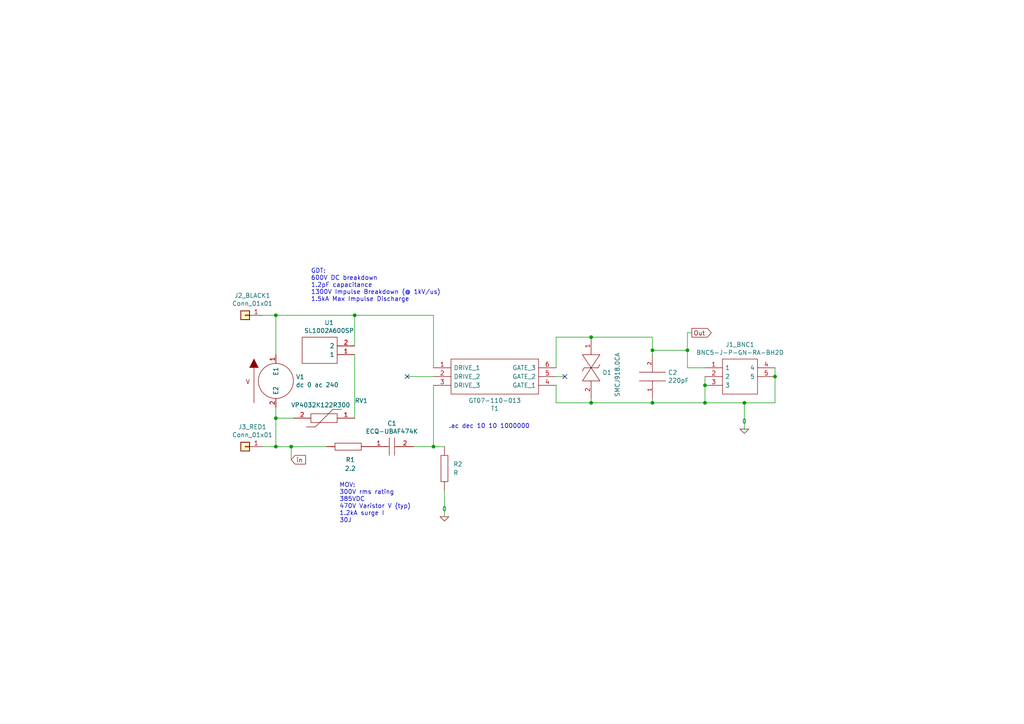
<source format=kicad_sch>
(kicad_sch (version 20211123) (generator eeschema)
  (paper "A4")
  (lib_symbols
    (symbol "Connector_Generic:Conn_01x01" (pin_names (offset 1.016) hide)
      (property "Reference" "J" (at 0 2.54 0))
      (property "Value" "Conn_01x01" (at 0 -2.54 0))
      (symbol "Conn_01x01_1_1"
        (rectangle (start -1.27 0.127) (end 0 -0.127) (stroke (width 0.1524)))
        (rectangle (start -1.27 1.27) (end 1.27 -1.27) (stroke (width 0.254)) (fill (type background)))
        (pin passive line (at -5.08 0 0) (length 3.81) (name "Pin_1") (number "1"))
      )
    )
    (symbol "HPF_test_01-rescue:ECQ-UBAF474K-ECQ-UBAF474K" (pin_names (offset 0.762))
      (property "Reference" "C" (at 8.89 6.35 0))
      (property "Value" "ECQ-UBAF474K-ECQ-UBAF474K" (at 8.89 3.81 0))
      (symbol "ECQ-UBAF474K-ECQ-UBAF474K_0_0"
        (pin passive line (at 0 0 0) (length 5.08) (name "~") (number "1"))
        (pin passive line (at 12.7 0 180) (length 5.08) (name "~") (number "2"))
      )
      (symbol "ECQ-UBAF474K-ECQ-UBAF474K_0_1"
        (polyline (pts (xy 5.08 0) (xy 5.588 0)) (stroke (width 0.1524)))
        (polyline (pts (xy 5.588 2.54) (xy 5.588 -2.54)) (stroke (width 0.1524)))
        (polyline (pts (xy 7.112 0) (xy 7.62 0)) (stroke (width 0.1524)))
        (polyline (pts (xy 7.112 2.54) (xy 7.112 -2.54)) (stroke (width 0.1524)))
      )
    )
    (symbol "kyuditsky_kicad:BNC5-J-P-GN-RA-BH2D" (pin_names (offset 0.762))
      (property "Reference" "J" (at 16.51 7.62 0))
      (property "Value" "BNC5-J-P-GN-RA-BH2D" (at 16.51 5.08 0))
      (symbol "BNC5-J-P-GN-RA-BH2D_0_0"
        (pin passive line (at 0 0 0) (length 5.08) (name "1") (number "1"))
        (pin passive line (at 0 -2.54 0) (length 5.08) (name "2") (number "2"))
        (pin passive line (at 0 -5.08 0) (length 5.08) (name "3") (number "3"))
        (pin passive line (at 20.32 0 180) (length 5.08) (name "4") (number "4"))
        (pin passive line (at 20.32 -2.54 180) (length 5.08) (name "5") (number "5"))
      )
      (symbol "BNC5-J-P-GN-RA-BH2D_0_1"
        (polyline (pts (xy 5.08 2.54) (xy 15.24 2.54) (xy 15.24 -7.62) (xy 5.08 -7.62) (xy 5.08 2.54)) (stroke (width 0.1524)))
      )
    )
    (symbol "kyuditsky_kicad:GT07-110-013" (pin_names (offset 0.762))
      (property "Reference" "T" (at 31.75 7.62 0))
      (property "Value" "GT07-110-013" (at 31.75 5.08 0))
      (symbol "GT07-110-013_0_0"
        (pin passive line (at 35.56 -5.08 180) (length 5.08) (name "DRIVE_1") (number "1"))
        (pin passive line (at 35.56 -2.54 180) (length 5.08) (name "DRIVE_2") (number "2"))
        (pin passive line (at 35.56 0 180) (length 5.08) (name "DRIVE_3") (number "3"))
        (pin passive line (at 0 0 0) (length 5.08) (name "GATE_1") (number "4"))
        (pin passive line (at 0 -2.54 0) (length 5.08) (name "GATE_2") (number "5"))
        (pin passive line (at 0 -5.08 0) (length 5.08) (name "GATE_3") (number "6"))
      )
      (symbol "GT07-110-013_0_1"
        (polyline (pts (xy 5.08 2.54) (xy 30.48 2.54) (xy 30.48 -7.62) (xy 5.08 -7.62) (xy 5.08 2.54)) (stroke (width 0.1524)))
      )
    )
    (symbol "kyuditsky_kicad:SL1002A600SP" (pin_names (offset 0.762))
      (property "Reference" "U" (at 16.51 7.62 0))
      (property "Value" "SL1002A600SP" (at 16.51 5.08 0))
      (symbol "SL1002A600SP_0_0"
        (pin passive line (at 0 0 0) (length 5.08) (name "1") (number "1"))
        (pin passive line (at 0 -2.54 0) (length 5.08) (name "2") (number "2"))
      )
      (symbol "SL1002A600SP_0_1"
        (polyline (pts (xy 5.08 2.54) (xy 15.24 2.54) (xy 15.24 -5.08) (xy 5.08 -5.08) (xy 5.08 2.54)) (stroke (width 0.1524)))
      )
    )
    (symbol "kyuditsky_kicad:SMCJ9.0CA" (pin_names (offset 0.762))
      (property "Reference" "D" (at 10.16 8.89 0))
      (property "Value" "SMCJ9.0CA" (at 10.16 6.35 0))
      (symbol "SMCJ9.0CA_0_0"
        (pin passive line (at 13.97 0 180) (length 5.08) (name "~") (number "2"))
      )
      (symbol "SMCJ9.0CA_0_1"
        (polyline (pts (xy 4.064 2.54) (xy 5.08 2.032)) (stroke (width 0.1524)))
        (polyline (pts (xy 5.08 -2.032) (xy 5.08 2.032)) (stroke (width 0.1524)))
        (polyline (pts (xy 5.08 -2.032) (xy 6.096 -2.54)) (stroke (width 0.1524)))
        (polyline (pts (xy 5.08 0) (xy 1.27 2.54) (xy 1.27 -2.54) (xy 5.08 0)))
        (polyline (pts (xy 5.08 0) (xy 8.89 2.54) (xy 8.89 -2.54) (xy 5.08 0)))
      )
      (symbol "SMCJ9.0CA_1_1"
        (pin passive line (at -3.81 0 0) (length 5.08) (name "~") (number "1"))
      )
    )
    (symbol "kyuditsky_kicad:VP4032K122R300" (pin_names (offset 0.762))
      (property "Reference" "RV" (at 13.97 6.35 0))
      (property "Value" "VP4032K122R300" (at 13.97 3.81 0))
      (symbol "VP4032K122R300_0_0"
        (pin passive line (at 0 0 0) (length 5.08) (name "~") (number "1"))
        (pin passive line (at 17.78 0 180) (length 5.08) (name "~") (number "2"))
      )
      (symbol "VP4032K122R300_0_1"
        (polyline (pts (xy 3.81 -2.54) (xy 6.35 -2.54) (xy 11.43 2.54) (xy 13.97 2.54)) (stroke (width 0.1524)))
        (polyline (pts (xy 5.08 1.27) (xy 12.7 1.27) (xy 12.7 -1.27) (xy 5.08 -1.27) (xy 5.08 1.27)) (stroke (width 0.1524)))
      )
    )
    (symbol "pspice:0" (power) (pin_names (offset 0))
      (property "Value" "0" (at 0 -1.778 0))
      (symbol "0_0_1"
        (polyline (pts (xy -1.27 0) (xy 0 -1.27) (xy 1.27 0) (xy -1.27 0)))
      )
      (symbol "0_1_1"
        (pin power_in line (at 0 0 0) (length 0) hide (name "0") (number "1"))
      )
    )
    (symbol "pspice:C" (pin_names (offset 0.254))
      (property "Reference" "C" (at 2.54 3.81 90))
      (property "Value" "C" (at 2.54 -3.81 90))
      (symbol "C_0_1"
        (polyline (pts (xy -3.81 -1.27) (xy 3.81 -1.27)))
        (polyline (pts (xy -3.81 1.27) (xy 3.81 1.27)))
      )
      (symbol "C_1_1"
        (pin passive line (at 0 6.35 270) (length 5.08) (name "~") (number "1"))
        (pin passive line (at 0 -6.35 90) (length 5.08) (name "~") (number "2"))
      )
    )
    (symbol "pspice:R" (pin_numbers hide) (pin_names (offset 0))
      (property "Reference" "R" (at 2.032 0 90))
      (property "Value" "R" (at 0 0 90))
      (symbol "R_0_1"
        (rectangle (start -1.016 3.81) (end 1.016 -3.81))
      )
      (symbol "R_1_1"
        (pin passive line (at 0 6.35 270) (length 2.54) (name "~") (number "1"))
        (pin passive line (at 0 -6.35 90) (length 2.54) (name "~") (number "2"))
      )
    )
    (symbol "pspice:VSOURCE" (pin_names (offset 1.016))
      (property "Reference" "V" (at -6.35 7.62 0))
      (property "Value" "VSOURCE" (at 0 0 0))
      (symbol "VSOURCE_0_1"
        (polyline (pts (xy -6.35 -6.35) (xy -6.35 3.81)) (fill (type outline)))
        (polyline (pts (xy -7.62 3.81) (xy -6.35 6.35) (xy -5.08 3.81)) (fill (type outline)))
        (circle (center 0 0) (radius 5.08))
        (text "V" (at -8.128 -0.254 0) (effects (font (size 1.27 1.27))))
      )
      (symbol "VSOURCE_1_1"
        (pin input line (at 0 7.62 270) (length 2.54) (name "E1") (number "1"))
        (pin input line (at 0 -7.62 90) (length 2.54) (name "E2") (number "2"))
      )
    )
  )
  (junction (at 80.01 91.44))
  (junction (at 171.45 116.84))
  (junction (at 189.23 116.84))
  (junction (at 171.45 97.79))
  (junction (at 215.9 116.84))
  (junction (at 224.79 109.22))
  (junction (at 125.73 129.54))
  (junction (at 80.01 129.54))
  (junction (at 80.01 121.285))
  (junction (at 102.87 91.44))
  (junction (at 204.47 116.84))
  (junction (at 204.47 111.76))
  (junction (at 189.23 101.6))
  (junction (at 84.455 129.54))
  (junction (at 199.39 101.6))
  (no_connect (at 163.83 109.22))
  (no_connect (at 118.11 109.22))
  (wire (pts (xy 204.47 111.76) (xy 204.47 109.22)))
  (wire (pts (xy 80.01 118.11) (xy 80.01 121.285)))
  (wire (pts (xy 161.29 111.76) (xy 161.29 116.84)))
  (wire (pts (xy 76.2 129.54) (xy 80.01 129.54)))
  (wire (pts (xy 224.79 106.68) (xy 224.79 109.22)))
  (wire (pts (xy 102.87 91.44) (xy 125.73 91.44)))
  (wire (pts (xy 224.79 109.22) (xy 224.79 116.84)))
  (wire (pts (xy 84.455 129.54) (xy 84.455 133.35)))
  (wire (pts (xy 76.2 91.44) (xy 80.01 91.44)))
  (wire (pts (xy 102.87 121.285) (xy 102.87 102.87)))
  (wire (pts (xy 161.29 97.79) (xy 161.29 106.68)))
  (wire (pts (xy 189.23 102.87) (xy 189.23 101.6)))
  (wire (pts (xy 125.73 109.22) (xy 118.11 109.22)))
  (wire (pts (xy 171.45 115.57) (xy 171.45 116.84)))
  (wire (pts (xy 161.29 116.84) (xy 171.45 116.84)))
  (wire (pts (xy 84.455 129.54) (xy 94.615 129.54)))
  (wire (pts (xy 80.01 129.54) (xy 84.455 129.54)))
  (wire (pts (xy 128.905 149.86) (xy 128.905 142.24)))
  (wire (pts (xy 215.9 124.46) (xy 215.9 116.84)))
  (wire (pts (xy 80.01 91.44) (xy 102.87 91.44)))
  (wire (pts (xy 125.73 111.76) (xy 125.73 129.54)))
  (wire (pts (xy 161.29 97.79) (xy 171.45 97.79)))
  (wire (pts (xy 125.73 129.54) (xy 128.905 129.54)))
  (wire (pts (xy 85.09 121.285) (xy 80.01 121.285)))
  (wire (pts (xy 215.9 116.84) (xy 204.47 116.84)))
  (wire (pts (xy 189.23 115.57) (xy 189.23 116.84)))
  (wire (pts (xy 189.23 116.84) (xy 204.47 116.84)))
  (wire (pts (xy 204.47 116.84) (xy 204.47 111.76)))
  (wire (pts (xy 199.39 96.52) (xy 199.39 101.6)))
  (wire (pts (xy 125.73 91.44) (xy 125.73 106.68)))
  (wire (pts (xy 80.01 121.285) (xy 80.01 129.54)))
  (wire (pts (xy 199.39 106.68) (xy 204.47 106.68)))
  (wire (pts (xy 171.45 116.84) (xy 189.23 116.84)))
  (wire (pts (xy 224.79 116.84) (xy 215.9 116.84)))
  (wire (pts (xy 189.23 101.6) (xy 199.39 101.6)))
  (wire (pts (xy 163.83 109.22) (xy 161.29 109.22)))
  (wire (pts (xy 171.45 97.79) (xy 189.23 97.79)))
  (wire (pts (xy 102.87 100.33) (xy 102.87 91.44)))
  (wire (pts (xy 199.39 101.6) (xy 199.39 106.68)))
  (wire (pts (xy 189.23 97.79) (xy 189.23 101.6)))
  (wire (pts (xy 200.66 96.52) (xy 199.39 96.52)))
  (wire (pts (xy 80.01 91.44) (xy 80.01 102.87)))
  (wire (pts (xy 120.015 129.54) (xy 125.73 129.54)))
  (text "MOV:\n300V rms rating\n385VDC\n470V Varistor V (typ)\n1.2kA surge I\n30J" (at 98.425 151.765 0) (effects (font (size 1.27 1.27)) (justify left bottom)))
  (text "GDT:\n600V DC breakdown\n1.2pF capacitance\n1300V Impulse Breakdown (@ 1kV/us)\n1.5kA Max Impulse Discharge" (at 90.17 87.63 0) (effects (font (size 1.27 1.27)) (justify left bottom)))
  (text ".ac dec 10 10 1000000" (at 153.67 124.46 180) (effects (font (size 1.27 1.27)) (justify right bottom)))
  (global_label "Out" (shape output) (at 200.66 96.52 0) (property "Intersheet References" "${INTERSHEET_REFS}" (effects hide)))
  (global_label "in" (shape input) (at 84.455 133.35 0) (property "Intersheet References" "${INTERSHEET_REFS}" (effects hide)))
  (symbol (lib_id "pspice:C") (at 189.23 109.22 180) (unit 1)
    (property "Reference" "C2" (at 193.7512 108.0516 0) (effects (justify right)))
    (property "Value" "220pF" (at 193.7512 110.363 0) (effects (justify right)))
    (property "Footprint" "Capacitor_SMD:C_0603_1608Metric_Pad1.05x0.95mm_HandSolder" (effects hide))
    (property "Spice_Primitive" "C" (effects hide))
    (property "Spice_Model" "220p" (effects hide))
    (property "Spice_Netlist_Enabled" "Y" (effects hide))
  )
  (symbol (lib_id "kyuditsky_kicad:VP4032K122R300") (at 102.87 121.285 180) (unit 1)
    (property "Reference" "RV1" (at 106.68 116.205 0) (effects (justify left)))
    (property "Value" "VP4032K122R300" (at 101.6 117.475 0) (effects (justify left)))
    (property "Footprint" "kyuditsky_kicad:MOV_VP4032K122R300" (effects hide))
    (property "Datasheet" "https://www.arrow.com/en/products/vp4032k122r300/kemet-corporation?region=nac" (effects hide))
    (property "Description" "Varistors 385V 1200A 4032" (effects hide))
    (property "Height" "5" (effects hide))
    (property "Mouser Part Number" "80-VP4032K122R300" (effects hide))
    (property "Mouser Price/Stock" "https://www.mouser.co.uk/ProductDetail/KEMET/VP4032K122R300?qs=jj7GbYRQuOYGBVagWkrU5w%3D%3D" (effects hide))
    (property "Manufacturer_Name" "Kemet" (effects hide))
    (property "Manufacturer_Part_Number" "VP4032K122R300" (effects hide))
    (property "Spice_Primitive" "R" (effects hide))
    (property "Spice_Model" "1meg" (effects hide))
    (property "Spice_Netlist_Enabled" "N" (effects hide))
  )
  (symbol (lib_id "kyuditsky_kicad:SL1002A600SP") (at 102.87 102.87 180) (unit 1)
    (property "Reference" "U1" (at 95.4532 93.599 0))
    (property "Value" "SL1002A600SP" (at 95.4532 95.9104 0))
    (property "Footprint" "kyuditsky_kicad:SL1002A600SP" (effects hide))
    (property "Datasheet" "https://componentsearchengine.com/Datasheets/1/SL1002A600SP.pdf" (effects hide))
    (property "Description" "Gas Discharge Tubes - GDTs / Gas Plasma Arrestors GP MINIBETA 2T A600V SMD SPECIAL" (effects hide))
    (property "Height" "4.1" (effects hide))
    (property "Mouser Part Number" "576-SL1002A600SP" (effects hide))
    (property "Mouser Price/Stock" "https://www.mouser.co.uk/ProductDetail/Littelfuse/SL1002A600SP?qs=95aqoVzNh5Z3taNZSmSH3g%3D%3D" (effects hide))
    (property "Manufacturer_Name" "LITTELFUSE" (effects hide))
    (property "Manufacturer_Part_Number" "SL1002A600SP" (effects hide))
    (property "Spice_Primitive" "R" (effects hide))
    (property "Spice_Model" "1meg" (effects hide))
    (property "Spice_Netlist_Enabled" "N" (effects hide))
  )
  (symbol (lib_id "kyuditsky_kicad:SMCJ9.0CA") (at 171.45 101.6 270) (unit 1)
    (property "Reference" "D1" (at 174.7012 108.0516 90) (effects (justify left)))
    (property "Value" "SMCJ918.0CA" (at 179.07 102.235 0) (effects (justify left)))
    (property "Footprint" "kyuditsky_kicad:littlefuseTVS" (effects hide))
    (property "Datasheet" "https://componentsearchengine.com/Datasheets/2/SMCJ5.0A.pdf" (effects hide))
    (property "Description" "ESD Suppressors / TVS Diodes 1.5kW 9V 5% Bi-Directional" (effects hide))
    (property "Height" "2.62" (effects hide))
    (property "Mouser Part Number" "576-SMCJ9.0CA" (effects hide))
    (property "Mouser Price/Stock" "https://www.mouser.com/ProductDetail/Littelfuse/SMCJ90CA?qs=HR2RnyOI4E7fdgL05JVZzw%3D%3D" (effects hide))
    (property "Manufacturer_Name" "LITTELFUSE" (effects hide))
    (property "Manufacturer_Part_Number" "SMCJ9.0CA" (effects hide))
    (property "Spice_Primitive" "X" (effects hide))
    (property "Spice_Model" "SMCJ" (effects hide))
    (property "Spice_Netlist_Enabled" "N" (effects hide))
    (property "Spice_Lib_File" "/Users/mac/Documents/KiCad/6.0/projects/HPF/HPF_SPICE/SMCJ5.0A_spice.lib" (effects hide))
  )
  (symbol (lib_id "kyuditsky_kicad:BNC5-J-P-GN-RA-BH2D") (at 204.47 106.68 0) (unit 1)
    (property "Reference" "J1_BNC1" (at 214.63 99.949 0))
    (property "Value" "BNC5-J-P-GN-RA-BH2D" (at 214.63 102.2604 0))
    (property "Footprint" "kyuditsky_kicad:BNC5JPGNRABH2D" (effects hide))
    (property "Datasheet" "http://suddendocs.samtec.com/prints/bnc5-j-p-xx-ra-bh2d-mkt.pdf" (effects hide))
    (property "Description" "SAMTEC - BNC5-J-P-GN-RA-BH2D - RF COAXIAL, BNC JACK, 50 OHM, PCB" (effects hide))
    (property "Height" "10.8" (effects hide))
    (property "Mouser Part Number" "200-BNC5JPGNRABH2D" (effects hide))
    (property "Mouser Price/Stock" "https://www.mouser.co.uk/ProductDetail/Samtec/BNC5-J-P-GN-RA-BH2D?qs=PB6%2FjmICvI2u%2FOQtySH%252B3g%3D%3D" (effects hide))
    (property "Manufacturer_Name" "SAMTEC" (effects hide))
    (property "Manufacturer_Part_Number" "BNC5-J-P-GN-RA-BH2D" (effects hide))
    (property "Spice_Primitive" "R" (effects hide))
    (property "Spice_Model" "1" (effects hide))
    (property "Spice_Netlist_Enabled" "N" (effects hide))
  )
  (symbol (lib_id "HPF_test_01-rescue:ECQ-UBAF474K-ECQ-UBAF474K") (at 107.315 129.54 0) (unit 1)
    (property "Reference" "C1" (at 113.665 122.809 0))
    (property "Value" "ECQ-UBAF474K" (at 113.665 125.1204 0))
    (property "Footprint" "ECQUBAF474K" (effects hide))
    (property "Datasheet" "https://datasheet.datasheetarchive.com/originals/distributors/Datasheets_SAMA/6170a3d833bc371d0e684a1e7d5b0a3a.pdf" (effects hide))
    (property "Description" "Film Capacitors 300VAC 0.47uF 10% LS=22.5mm ST" (effects hide))
    (property "Height" "21.5" (effects hide))
    (property "Mouser Part Number" "667-ECQ-UBAF474K" (effects hide))
    (property "Mouser Price/Stock" "https://www.mouser.co.uk/ProductDetail/Panasonic/ECQ-UBAF474K?qs=DPoM0jnrROXQ4Aoi4rWlKg%3D%3D" (effects hide))
    (property "Manufacturer_Name" "Panasonic" (effects hide))
    (property "Manufacturer_Part_Number" "ECQ-UBAF474K" (effects hide))
    (property "Spice_Primitive" "C" (effects hide))
    (property "Spice_Model" "0.47uF" (effects hide))
    (property "Spice_Netlist_Enabled" "Y" (effects hide))
  )
  (symbol (lib_id "Connector_Generic:Conn_01x01") (at 71.12 91.44 180) (unit 1)
    (property "Reference" "J2_BLACK1" (at 73.2028 85.725 0))
    (property "Value" "Conn_01x01" (at 73.2028 88.0364 0))
    (property "Footprint" "kyuditsky_kicad:Banana_Jack_S_RA_73099" (effects hide))
    (property "Spice_Primitive" "R" (effects hide))
    (property "Spice_Model" "1" (effects hide))
    (property "Spice_Netlist_Enabled" "N" (effects hide))
  )
  (symbol (lib_id "Connector_Generic:Conn_01x01") (at 71.12 129.54 180) (unit 1)
    (property "Reference" "J3_RED1" (at 73.2028 123.825 0))
    (property "Value" "Conn_01x01" (at 73.2028 126.1364 0))
    (property "Footprint" "kyuditsky_kicad:Banana_Jack_S_RA_73099" (effects hide))
    (property "Spice_Primitive" "R" (effects hide))
    (property "Spice_Model" "1" (effects hide))
    (property "Spice_Netlist_Enabled" "N" (effects hide))
  )
  (symbol (lib_id "kyuditsky_kicad:GT07-110-013") (at 161.29 111.76 180) (unit 1)
    (property "Reference" "T1" (at 143.51 118.491 0))
    (property "Value" "GT07-110-013" (at 143.51 116.1796 0))
    (property "Footprint" "GT07110013" (effects hide))
    (property "Datasheet" "https://componentsearchengine.com/Datasheets/1/GT07-110-013.pdf" (effects hide))
    (property "Description" "Pulse Transformers" (effects hide))
    (property "Height" "6.35" (effects hide))
    (property "Mouser Part Number" "911-GT07-110-013" (effects hide))
    (property "Mouser Price/Stock" "https://www.mouser.co.uk/ProductDetail/ICE-Components/GT07-110-013?qs=UkDUCjYnTB00rEvMCOsFKQ%3D%3D" (effects hide))
    (property "Manufacturer_Name" "ICE Components" (effects hide))
    (property "Manufacturer_Part_Number" "GT07-110-013" (effects hide))
    (property "Spice_Primitive" "X" (effects hide))
    (property "Spice_Model" "GTRANS" (effects hide))
    (property "Spice_Netlist_Enabled" "Y" (effects hide))
    (property "Spice_Lib_File" "/Users/mac/Documents/KiCad/6.0/projects/HPF/HPF_SPICE/GTRANS_01.lib" (effects hide))
  )
  (symbol (lib_id "pspice:0") (at 215.9 124.46 0) (unit 1)
    (property "Reference" "#GND0101" (effects hide))
    (property "Value" "0" (at 215.9 122.1994 0))
  )
  (symbol (lib_id "pspice:VSOURCE") (at 80.01 110.49 0) (unit 1)
    (property "Reference" "V1" (at 85.8012 109.3216 0) (effects (justify left)))
    (property "Value" "dc 0 ac 240" (at 85.8012 111.633 0) (effects (justify left)))
  )
  (symbol (lib_id "pspice:R") (at 128.905 135.89 180) (unit 1)
    (property "Reference" "R2" (at 131.445 134.6199 0) (effects (justify right)))
    (property "Value" "R" (at 131.445 137.1599 0) (effects (justify right)))
    (property "Spice_Primitive" "R" (effects hide))
    (property "Spice_Model" "200" (effects hide))
    (property "Spice_Netlist_Enabled" "Y" (effects hide))
  )
  (symbol (lib_id "pspice:0") (at 128.905 149.86 0) (unit 1)
    (property "Reference" "#GND01" (effects hide))
    (property "Value" "0" (at 128.905 147.5994 0))
  )
  (symbol (lib_id "pspice:R") (at 100.965 129.54 90) (unit 1)
    (property "Reference" "R1" (at 101.6 133.35 90))
    (property "Value" "2.2" (at 101.6 135.89 90))
    (property "Footprint" "Resistor_SMD:R_2010_5025Metric_Pad1.40x2.65mm_HandSolder" (effects hide))
    (property "Spice_Primitive" "R" (effects hide))
    (property "Spice_Model" "1k" (effects hide))
    (property "Spice_Netlist_Enabled" "Y" (effects hide))
  )
)
</source>
